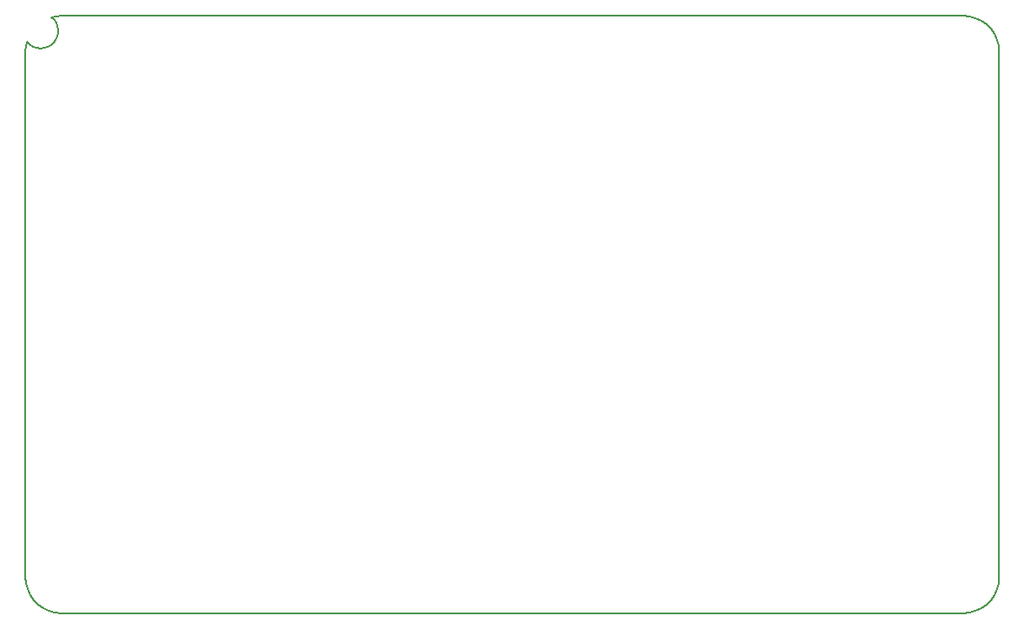
<source format=gko>
G04*
G04 #@! TF.GenerationSoftware,Altium Limited,Altium Designer,21.1.1 (26)*
G04*
G04 Layer_Color=16711935*
%FSLAX44Y44*%
%MOMM*%
G71*
G04*
G04 #@! TF.SameCoordinates,6A85A449-59C4-447A-B511-F0FC370A597D*
G04*
G04*
G04 #@! TF.FilePolarity,Positive*
G04*
G01*
G75*
%ADD11C,0.2000*%
D11*
X1047770Y119420D02*
Y637420D01*
X1047238Y113342D02*
X1047770Y119420D01*
X1045659Y107449D02*
X1047238Y113342D01*
X1043081Y101920D02*
X1045659Y107449D01*
X1039582Y96923D02*
X1043081Y101920D01*
X1035268Y92608D02*
X1039582Y96923D01*
X1030270Y89109D02*
X1035268Y92608D01*
X1024741Y86531D02*
X1030270Y89109D01*
X1018848Y84952D02*
X1024741Y86531D01*
X1012770Y84420D02*
X1018848Y84952D01*
X132770Y84420D02*
X1012770D01*
X126692Y84952D02*
X132770Y84420D01*
X120800Y86531D02*
X126692Y84952D01*
X115270Y89109D02*
X120800Y86531D01*
X110273Y92608D02*
X115270Y89109D01*
X105959Y96923D02*
X110273Y92608D01*
X102459Y101920D02*
X105959Y96923D01*
X99881Y107449D02*
X102459Y101920D01*
X98302Y113342D02*
X99881Y107449D01*
X97770Y119420D02*
X98302Y113342D01*
X97770Y119420D02*
Y632420D01*
X99170Y642220D01*
X101877Y639368D01*
X105168Y637215D01*
X108864Y635875D01*
X112770Y635420D01*
X116284Y635787D01*
X119645Y636872D01*
X122710Y638629D01*
X125346Y640981D01*
X127439Y643827D01*
X128898Y647044D01*
X129661Y650493D01*
X129694Y654026D01*
X128997Y657489D02*
X129694Y654026D01*
X127599Y660733D02*
X128997Y657489D01*
X125561Y663618D02*
X127599Y660733D01*
X122970Y666020D02*
X125561Y663618D01*
X122970Y666020D02*
X132770Y667420D01*
X1012770D01*
X1018982Y666864D01*
X1024997Y665215D01*
X1030623Y662524D01*
X1035683Y658877D01*
X1040015Y654391D01*
X1043482Y649206D01*
X1045974Y643489D01*
X1047411Y637420D01*
X1047770D01*
M02*

</source>
